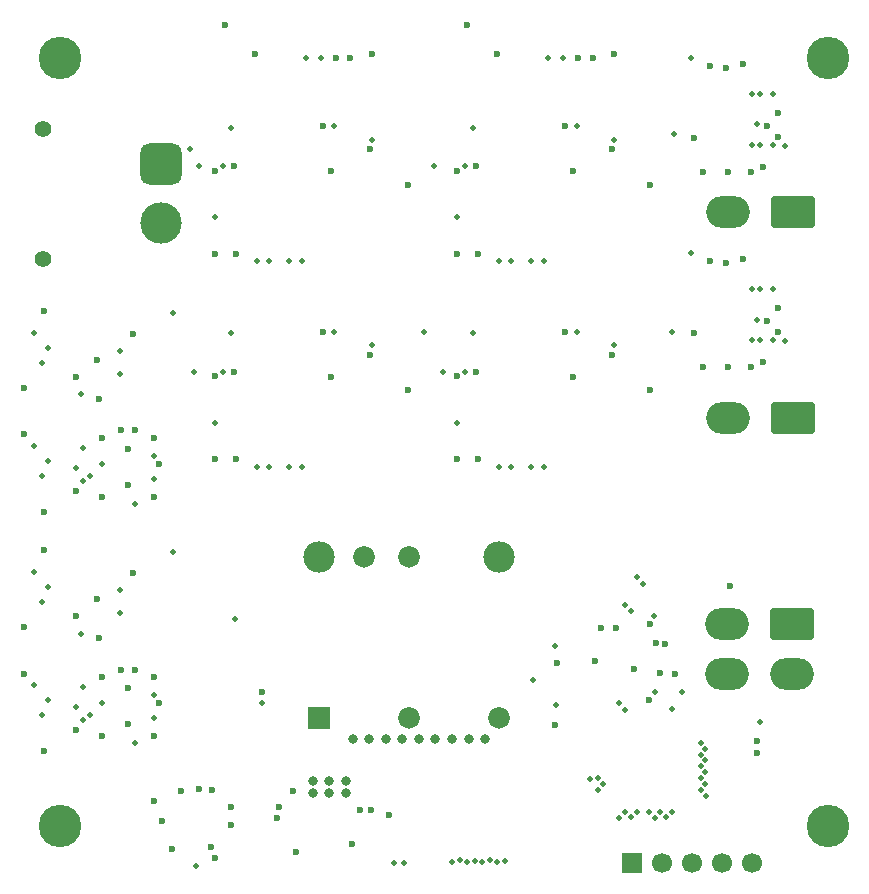
<source format=gbr>
%TF.GenerationSoftware,KiCad,Pcbnew,9.0.5*%
%TF.CreationDate,2025-12-29T18:05:56-08:00*%
%TF.ProjectId,vrb,7672622e-6b69-4636-9164-5f7063625858,rev?*%
%TF.SameCoordinates,Original*%
%TF.FileFunction,Copper,L3,Inr*%
%TF.FilePolarity,Positive*%
%FSLAX46Y46*%
G04 Gerber Fmt 4.6, Leading zero omitted, Abs format (unit mm)*
G04 Created by KiCad (PCBNEW 9.0.5) date 2025-12-29 18:05:56*
%MOMM*%
%LPD*%
G01*
G04 APERTURE LIST*
G04 Aperture macros list*
%AMRoundRect*
0 Rectangle with rounded corners*
0 $1 Rounding radius*
0 $2 $3 $4 $5 $6 $7 $8 $9 X,Y pos of 4 corners*
0 Add a 4 corners polygon primitive as box body*
4,1,4,$2,$3,$4,$5,$6,$7,$8,$9,$2,$3,0*
0 Add four circle primitives for the rounded corners*
1,1,$1+$1,$2,$3*
1,1,$1+$1,$4,$5*
1,1,$1+$1,$6,$7*
1,1,$1+$1,$8,$9*
0 Add four rect primitives between the rounded corners*
20,1,$1+$1,$2,$3,$4,$5,0*
20,1,$1+$1,$4,$5,$6,$7,0*
20,1,$1+$1,$6,$7,$8,$9,0*
20,1,$1+$1,$8,$9,$2,$3,0*%
G04 Aperture macros list end*
%TA.AperFunction,ComponentPad*%
%ADD10C,3.600000*%
%TD*%
%TA.AperFunction,ComponentPad*%
%ADD11RoundRect,0.250001X-1.599999X1.099999X-1.599999X-1.099999X1.599999X-1.099999X1.599999X1.099999X0*%
%TD*%
%TA.AperFunction,ComponentPad*%
%ADD12O,3.700000X2.700000*%
%TD*%
%TA.AperFunction,ComponentPad*%
%ADD13R,1.700000X1.700000*%
%TD*%
%TA.AperFunction,ComponentPad*%
%ADD14C,1.700000*%
%TD*%
%TA.AperFunction,ComponentPad*%
%ADD15R,1.830000X1.830000*%
%TD*%
%TA.AperFunction,ComponentPad*%
%ADD16C,1.830000*%
%TD*%
%TA.AperFunction,ComponentPad*%
%ADD17C,2.655000*%
%TD*%
%TA.AperFunction,ComponentPad*%
%ADD18C,1.400000*%
%TD*%
%TA.AperFunction,ComponentPad*%
%ADD19RoundRect,0.770000X0.980000X-0.980000X0.980000X0.980000X-0.980000X0.980000X-0.980000X-0.980000X0*%
%TD*%
%TA.AperFunction,ComponentPad*%
%ADD20C,3.500000*%
%TD*%
%TA.AperFunction,ViaPad*%
%ADD21C,0.800000*%
%TD*%
%TA.AperFunction,ViaPad*%
%ADD22C,0.600000*%
%TD*%
%TA.AperFunction,ViaPad*%
%ADD23C,0.500000*%
%TD*%
G04 APERTURE END LIST*
D10*
%TO.N,GND*%
%TO.C,H3*%
X143000000Y-130000000D03*
%TD*%
D11*
%TO.N,GND*%
%TO.C,J4*%
X140050000Y-78000000D03*
D12*
%TO.N,/RC Radio/VOUT*%
X134550000Y-78000000D03*
%TD*%
D11*
%TO.N,/CM_VOUT*%
%TO.C,J10*%
X140000000Y-112900000D03*
D12*
X140000000Y-117100000D03*
%TO.N,GND*%
X134500000Y-112900000D03*
X134500000Y-117100000D03*
%TD*%
D10*
%TO.N,GND*%
%TO.C,H1*%
X78000000Y-65000000D03*
%TD*%
D11*
%TO.N,GND*%
%TO.C,J3*%
X140050000Y-95450000D03*
D12*
%TO.N,/Telemetry Radio/VOUT*%
X134550000Y-95450000D03*
%TD*%
D13*
%TO.N,+3V3*%
%TO.C,J8*%
X126420000Y-133100000D03*
D14*
%TO.N,/USART1_TX_DEBUG*%
X128960000Y-133100000D03*
%TO.N,/SWDIO*%
X131500000Y-133100000D03*
%TO.N,/SWCLK*%
X134040000Y-133100000D03*
%TO.N,GND*%
X136580000Y-133100000D03*
%TD*%
D10*
%TO.N,GND*%
%TO.C,H2*%
X143000000Y-65000000D03*
%TD*%
D15*
%TO.N,+BATT*%
%TO.C,U12*%
X99931474Y-120850000D03*
D16*
%TO.N,/CM_EN*%
X107551474Y-120850000D03*
%TO.N,GND*%
X115171474Y-120850000D03*
D17*
%TO.N,Net-(U12-VOUT-)*%
X115171474Y-107250000D03*
D16*
%TO.N,Net-(U12-TRIM)*%
X107551474Y-107250000D03*
%TO.N,/Compute Module Domain/ISENSE+*%
X103741474Y-107250000D03*
D17*
X99931474Y-107250000D03*
%TD*%
D18*
%TO.N,*%
%TO.C,J11*%
X76600000Y-81976750D03*
X76600000Y-70976750D03*
D19*
%TO.N,+BATT*%
X86600000Y-73976750D03*
D20*
%TO.N,GND*%
X86600000Y-78976750D03*
%TD*%
D10*
%TO.N,GND*%
%TO.C,H4*%
X78000000Y-130000000D03*
%TD*%
D21*
%TO.N,GND*%
X114000000Y-122600000D03*
X112600000Y-122600000D03*
X111200000Y-122600000D03*
X109800000Y-122600000D03*
X108400000Y-122600000D03*
X107000000Y-122600000D03*
X105600000Y-122600000D03*
X104200000Y-122600000D03*
X102800000Y-122600000D03*
X99400000Y-126200000D03*
X100800000Y-126200000D03*
X102200000Y-126200000D03*
X102200000Y-127200000D03*
X100800000Y-127200000D03*
X99400000Y-127200000D03*
D22*
%TO.N,+3V3*%
X104350000Y-128650000D03*
%TO.N,GND*%
X105900000Y-129100000D03*
X102750000Y-131500000D03*
X103400000Y-128650000D03*
D23*
%TO.N,/I2C3_SCL_SMBUS*%
X106300000Y-133150000D03*
%TO.N,/I2C3_SDA_SMBUS*%
X107100000Y-133150000D03*
%TO.N,/IESC1*%
X111244405Y-133057649D03*
%TO.N,/IESC2*%
X111875000Y-132900000D03*
%TO.N,/IESC3*%
X112509435Y-133053295D03*
%TO.N,/RESV0*%
X114414737Y-132909692D03*
%TO.N,/IESC4*%
X113145343Y-132918671D03*
%TO.N,/IPAYLOAD*%
X113781031Y-133054330D03*
%TO.N,/RESV1*%
X115044730Y-133069728D03*
%TO.N,/RESV2*%
X115683610Y-132950000D03*
D22*
%TO.N,GND*%
X91125000Y-98950000D03*
X98000000Y-132200000D03*
X135800000Y-81950000D03*
D23*
X97375000Y-82200000D03*
D22*
X112475000Y-62150000D03*
X79380000Y-92006000D03*
D23*
X117875000Y-82200000D03*
D22*
X104225000Y-90100000D03*
X107475000Y-93100000D03*
X76686842Y-123686000D03*
X120755000Y-88150000D03*
X100975000Y-91950000D03*
X76686842Y-106650000D03*
D23*
X118975000Y-99600000D03*
D22*
X127975000Y-75700000D03*
X134400000Y-82350000D03*
X127850000Y-119300000D03*
X92770000Y-74150000D03*
X107475000Y-75700000D03*
X91125000Y-81550000D03*
D23*
X79986842Y-118236000D03*
D22*
X121850000Y-65000000D03*
X79380000Y-121850000D03*
X134400000Y-65837500D03*
D23*
X117875000Y-99600000D03*
D22*
X128450000Y-114500000D03*
X138825000Y-88170000D03*
X83780000Y-98106000D03*
X81180000Y-90556000D03*
X125050000Y-113200000D03*
X85950000Y-127850000D03*
X132450000Y-91125000D03*
X100975000Y-74550000D03*
D23*
X98475000Y-82200000D03*
X79337176Y-119900000D03*
D22*
X113270000Y-74150000D03*
X124950000Y-64600000D03*
X91125000Y-91900000D03*
X74986842Y-92942000D03*
X92770000Y-91550000D03*
X113270000Y-91550000D03*
X128777834Y-117075000D03*
X111625000Y-74500000D03*
X85980000Y-122400000D03*
X124725000Y-72700000D03*
X81180000Y-110800000D03*
X95076474Y-118650000D03*
X134600000Y-74612500D03*
X111625000Y-98950000D03*
X129250000Y-114600000D03*
X128000000Y-112900000D03*
X81280000Y-114100000D03*
X85980000Y-102156000D03*
X138825000Y-86145000D03*
X123300000Y-116000000D03*
X74986842Y-113186000D03*
X101350000Y-64950000D03*
X91975000Y-62150000D03*
X92500000Y-129900000D03*
X87500000Y-131950000D03*
X81280000Y-93856000D03*
X96400000Y-129300000D03*
X104225000Y-72700000D03*
X121475000Y-74550000D03*
X137549277Y-74197464D03*
D23*
X79986842Y-97992000D03*
D22*
X120755000Y-70750000D03*
X104450000Y-64600000D03*
X137549277Y-90709964D03*
D23*
X97375000Y-99600000D03*
D22*
X91125000Y-74500000D03*
X130100000Y-117100000D03*
X83180000Y-116750000D03*
X135800000Y-65437500D03*
D23*
X118975000Y-82200000D03*
D22*
X76686842Y-86406000D03*
D23*
X98475000Y-99600000D03*
D22*
X79380000Y-112250000D03*
X111625000Y-91900000D03*
X136550000Y-91125000D03*
X83780000Y-118350000D03*
X120082174Y-116198290D03*
X90775000Y-131800000D03*
X124725000Y-90100000D03*
X97750000Y-127050000D03*
X83780000Y-101156000D03*
X76686842Y-103442000D03*
X136550000Y-74612500D03*
X84380000Y-116750000D03*
X138825000Y-69632500D03*
X96550000Y-128350000D03*
X89785000Y-126900000D03*
D23*
X79337176Y-99656000D03*
D22*
X74986842Y-96842000D03*
X132450000Y-74612500D03*
X111625000Y-81550000D03*
X74986842Y-117086000D03*
X100255000Y-88150000D03*
X84160000Y-108598254D03*
X100255000Y-70750000D03*
X79380000Y-101606000D03*
X131650000Y-71737500D03*
X121475000Y-91950000D03*
X134700000Y-109700000D03*
X126650000Y-116700000D03*
X84160000Y-88354254D03*
X138825000Y-71657500D03*
X134600000Y-91125000D03*
X127975000Y-93100000D03*
X83180000Y-96506000D03*
X131650000Y-88250000D03*
X83780000Y-121400000D03*
X84380000Y-96506000D03*
%TO.N,VBUS1*%
X90900000Y-126950000D03*
X88300000Y-127050000D03*
X91150000Y-132700000D03*
D23*
X87586842Y-86542000D03*
D22*
%TO.N,+3V3*%
X113425000Y-98950000D03*
X137000000Y-122800000D03*
X92500000Y-128350000D03*
X81580000Y-102156000D03*
X133050000Y-65607500D03*
X113425000Y-81550000D03*
X137000000Y-123800000D03*
X81580000Y-97156000D03*
X92925000Y-81550000D03*
X123850000Y-113200000D03*
X133050000Y-82120000D03*
X92925000Y-98950000D03*
X81580000Y-117400000D03*
X81580000Y-122400000D03*
X119951474Y-121425000D03*
%TO.N,+5V*%
X85980000Y-97156000D03*
X86430000Y-119550000D03*
X85980000Y-117400000D03*
X86430000Y-99306000D03*
D23*
%TO.N,+BATT*%
X95675000Y-99600000D03*
X112970000Y-88262500D03*
X92470000Y-70862500D03*
X94675000Y-82200000D03*
X116175000Y-82200000D03*
X115175000Y-82200000D03*
X116175000Y-99600000D03*
X94675000Y-99600000D03*
X115175000Y-99600000D03*
X95675000Y-82200000D03*
X112970000Y-70862500D03*
X92470000Y-88262500D03*
D22*
%TO.N,/FMU1_VOUT*%
X94500000Y-64600000D03*
X102600000Y-64950000D03*
%TO.N,/FMU2_VOUT*%
X123100000Y-65000000D03*
D23*
X136600000Y-67987500D03*
D22*
X115000000Y-64600000D03*
D23*
X138350000Y-67987500D03*
X137300000Y-67987500D03*
D22*
X137850000Y-70687500D03*
D23*
%TO.N,/RADIO_VOUT*%
X137300000Y-84500000D03*
X136600000Y-84500000D03*
X136600000Y-72337500D03*
X138350000Y-84500000D03*
X138350000Y-72337500D03*
D22*
X137850000Y-87200000D03*
D23*
X137300000Y-72337500D03*
%TO.N,/RADAR_VOUT*%
X136600000Y-88850000D03*
X137300000Y-88850000D03*
X138350000Y-88850000D03*
%TO.N,/CAN2_STATUS*%
X79780000Y-113700000D03*
X132250000Y-123950000D03*
%TO.N,/FMU1_STATUS*%
X128850000Y-128850000D03*
X104450000Y-71900000D03*
%TO.N,/FMU2_STATUS*%
X124950000Y-71900000D03*
X129850000Y-128850000D03*
%TO.N,/RADIO_STATUS*%
X129850000Y-120100000D03*
X124950000Y-89300000D03*
%TO.N,/RADAR_STATUS*%
X128282974Y-112205428D03*
X104450000Y-89300000D03*
%TO.N,/CAN1_STATUS*%
X79780000Y-93456000D03*
X125850000Y-128850000D03*
%TO.N,/CM_STATUS*%
X122850000Y-125975000D03*
X119951474Y-114787500D03*
X118100000Y-117600000D03*
%TO.N,/CANFD 2 (Redundant)/FDCAN_P*%
X77030000Y-109750000D03*
X77030000Y-119350000D03*
%TO.N,/CANFD 2 (Redundant)/FDCAN_N*%
X76480000Y-111000000D03*
X76480000Y-120600000D03*
X80536842Y-120600000D03*
X79986842Y-121036000D03*
X81572842Y-119562500D03*
X83080000Y-111950000D03*
%TO.N,VBUS2*%
X87586842Y-106786000D03*
D22*
X86650000Y-129570000D03*
D23*
%TO.N,/CANFD 1 (Primary)/FDCAN_P*%
X77030000Y-99106000D03*
X77030000Y-89506000D03*
%TO.N,/CANFD 1 (Primary)/FDCAN_N*%
X81572842Y-99318500D03*
X80536842Y-100356000D03*
X79986842Y-100792000D03*
X76480000Y-100356000D03*
X76480000Y-90756000D03*
X83080000Y-91706000D03*
%TO.N,/CAN2_SILENT*%
X132678030Y-127439176D03*
X84350000Y-122994000D03*
%TO.N,/CAN2_TERM*%
X132250000Y-122950000D03*
X83080000Y-110050000D03*
%TO.N,/FMU1_VSENSE*%
X89050000Y-72700000D03*
X101250000Y-70750000D03*
%TO.N,/FMU1_EN*%
X128350000Y-129300000D03*
X91125000Y-78450000D03*
%TO.N,/FMU2_VSENSE*%
X125850001Y-120134666D03*
X130000000Y-71400000D03*
X121750000Y-70750000D03*
X126400000Y-111800000D03*
%TO.N,/FMU2_EN*%
X111625000Y-78450000D03*
X129350001Y-129265334D03*
%TO.N,/RADIO_VSENSE*%
X125850000Y-111300000D03*
X121750000Y-88150000D03*
X125350000Y-119600000D03*
X129850000Y-88150000D03*
%TO.N,/RADIO_EN*%
X127850000Y-128850000D03*
X111625000Y-95850000D03*
%TO.N,/RADAR_VSENSE*%
X108850000Y-88200000D03*
X101250000Y-88150000D03*
%TO.N,/RADAR_EN*%
X91125000Y-95850000D03*
X126850000Y-128850000D03*
%TO.N,/CAN1_SILENT*%
X84350000Y-102750000D03*
X125350000Y-129350000D03*
%TO.N,/CM_VSENSE*%
X92850000Y-112450000D03*
X123534665Y-126950001D03*
%TO.N,/CAN1_TERM*%
X83080000Y-89806000D03*
X126350001Y-129265335D03*
%TO.N,/CM_EN*%
X119976474Y-119775000D03*
X123534666Y-125949999D03*
%TO.N,/CANFD 2 (Redundant)/VIN*%
X75786842Y-118100000D03*
X75786842Y-108500000D03*
%TO.N,/FDCAN2_TX*%
X85930000Y-120850000D03*
%TO.N,/FDCAN2_RX*%
X85930000Y-118900000D03*
%TO.N,/FMU1_ISENSE*%
X91820000Y-74150000D03*
X89750000Y-74150000D03*
%TO.N,/FMU2_ISENSE*%
X112320000Y-74150000D03*
X109700000Y-74150000D03*
%TO.N,/RADIO_ISENSE*%
X110450000Y-91550000D03*
X112320000Y-91550000D03*
%TO.N,/RADAR_ISENSE*%
X89400000Y-91550000D03*
X91820000Y-91550000D03*
%TO.N,/FDCAN1_RX*%
X85930000Y-98656000D03*
X127401000Y-109531310D03*
%TO.N,/FDCAN1_TX*%
X85930000Y-100606000D03*
X126900000Y-108950000D03*
%TO.N,/CM_ISENSE*%
X123950000Y-126450000D03*
X95100000Y-119600000D03*
%TO.N,/I2C3_SCL_SMBUS*%
X132250000Y-124950000D03*
X120600000Y-65000000D03*
X100100000Y-65000000D03*
%TO.N,/I2C3_SDA_SMBUS*%
X132665335Y-124449999D03*
X98850000Y-65000000D03*
X119350000Y-65000000D03*
%TO.N,/TELEM_STATUS*%
X132250000Y-125950000D03*
X131450000Y-81500000D03*
%TO.N,/Telemetry Radio/OV2*%
X136997118Y-87113234D03*
X139425000Y-88950000D03*
%TO.N,/RC_STATUS*%
X132665334Y-125450001D03*
X131450000Y-64987500D03*
%TO.N,/RC Radio/OV2*%
X136997118Y-70600734D03*
X139425000Y-72437500D03*
%TO.N,/USART1_TX_DEBUG*%
X137300000Y-121175000D03*
X132665335Y-123449999D03*
%TO.N,Net-(U1-VBAT)*%
X130700000Y-118650000D03*
X128400000Y-118650000D03*
%TO.N,/CANFD 1 (Primary)/VIN*%
X75786842Y-88256000D03*
X75786842Y-97856000D03*
%TO.N,/REG_STATUS*%
X132665335Y-126449999D03*
X89500000Y-133400000D03*
%TO.N,unconnected-(U1-PD0-Pad38)*%
X132250000Y-126950000D03*
%TD*%
M02*

</source>
